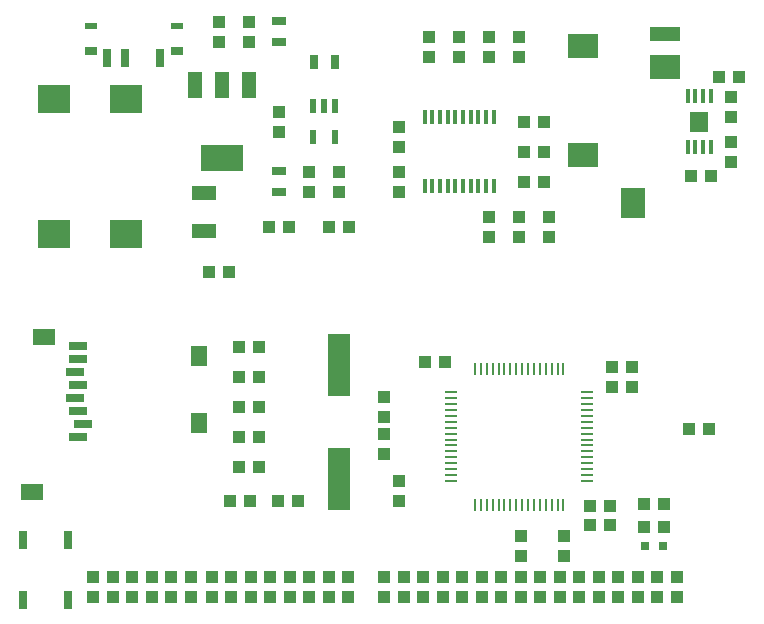
<source format=gbr>
G04 EAGLE Gerber RS-274X export*
G75*
%MOMM*%
%FSLAX34Y34*%
%LPD*%
%INSolderpaste Top*%
%IPPOS*%
%AMOC8*
5,1,8,0,0,1.08239X$1,22.5*%
G01*
%ADD10R,2.800000X2.400000*%
%ADD11R,1.000000X0.220000*%
%ADD12R,0.220000X1.000000*%
%ADD13R,1.200000X0.800000*%
%ADD14R,0.550000X1.200000*%
%ADD15R,1.000000X1.100000*%
%ADD16R,0.800000X1.200000*%
%ADD17R,2.000000X1.200000*%
%ADD18R,1.100000X1.000000*%
%ADD19R,1.930400X5.334000*%
%ADD20R,0.400000X1.200000*%
%ADD21R,1.650000X1.700000*%
%ADD22R,2.500000X2.000000*%
%ADD23R,2.000000X2.500000*%
%ADD24R,2.500000X1.200000*%
%ADD25R,1.400000X1.800000*%
%ADD26R,1.900000X1.400000*%
%ADD27R,1.500000X0.800000*%
%ADD28R,0.800000X0.800000*%
%ADD29R,0.700000X1.500000*%
%ADD30R,1.000000X0.600000*%
%ADD31R,1.000000X0.800000*%
%ADD32R,0.762000X1.524000*%
%ADD33R,1.219200X2.235200*%
%ADD34R,3.600000X2.200000*%


D10*
X38100Y501500D03*
X38100Y387500D03*
X99100Y501500D03*
X99100Y387500D03*
D11*
X374300Y218400D03*
X374300Y213400D03*
X374300Y228400D03*
X374300Y238400D03*
X374300Y248400D03*
X374300Y223400D03*
X374300Y233400D03*
X374300Y243400D03*
X374300Y253400D03*
X374300Y203400D03*
X374300Y193400D03*
X374300Y183400D03*
X374300Y178400D03*
X374300Y188400D03*
X374300Y198400D03*
X374300Y208400D03*
D12*
X429300Y158400D03*
X434300Y158400D03*
X419300Y158400D03*
X409300Y158400D03*
X399300Y158400D03*
X424300Y158400D03*
X414300Y158400D03*
X404300Y158400D03*
X394300Y158400D03*
X444300Y158400D03*
X454300Y158400D03*
X464300Y158400D03*
X469300Y158400D03*
X459300Y158400D03*
X449300Y158400D03*
X439300Y158400D03*
D11*
X489300Y213400D03*
X489300Y218400D03*
X489300Y203400D03*
X489300Y193400D03*
X489300Y183400D03*
X489300Y208400D03*
X489300Y198400D03*
X489300Y188400D03*
X489300Y178400D03*
X489300Y228400D03*
X489300Y238400D03*
X489300Y248400D03*
X489300Y253400D03*
X489300Y243400D03*
X489300Y233400D03*
X489300Y223400D03*
D12*
X434300Y273400D03*
X429300Y273400D03*
X444300Y273400D03*
X454300Y273400D03*
X464300Y273400D03*
X439300Y273400D03*
X449300Y273400D03*
X459300Y273400D03*
X469300Y273400D03*
X419300Y273400D03*
X409300Y273400D03*
X399300Y273400D03*
X394300Y273400D03*
X404300Y273400D03*
X414300Y273400D03*
X424300Y273400D03*
D13*
X228600Y440800D03*
X228600Y422800D03*
D14*
X276200Y495601D03*
X266700Y495601D03*
X257200Y495601D03*
X257200Y469599D03*
X276200Y469599D03*
D13*
X228600Y549800D03*
X228600Y567800D03*
D15*
X254000Y440300D03*
X254000Y423300D03*
D16*
X275700Y533400D03*
X257700Y533400D03*
D17*
X165100Y422400D03*
X165100Y390400D03*
D15*
X433070Y114690D03*
X433070Y131690D03*
D18*
X237100Y393700D03*
X220100Y393700D03*
D15*
X510540Y258200D03*
X510540Y275200D03*
X330200Y178680D03*
X330200Y161680D03*
D18*
X491880Y140970D03*
X508880Y140970D03*
D15*
X279400Y440300D03*
X279400Y423300D03*
D18*
X491880Y157480D03*
X508880Y157480D03*
D19*
X279400Y180340D03*
X279400Y276860D03*
D15*
X317500Y232800D03*
X317500Y249800D03*
X317500Y218050D03*
X317500Y201050D03*
D18*
X352180Y279400D03*
X369180Y279400D03*
X287900Y393700D03*
X270900Y393700D03*
D15*
X527050Y258200D03*
X527050Y275200D03*
D18*
X194700Y292100D03*
X211700Y292100D03*
X194700Y266700D03*
X211700Y266700D03*
X194700Y241300D03*
X211700Y241300D03*
X194700Y215900D03*
X211700Y215900D03*
X194700Y190500D03*
X211700Y190500D03*
D20*
X410250Y486200D03*
X403750Y486200D03*
X397250Y486200D03*
X390750Y486200D03*
X384250Y486200D03*
X377750Y486200D03*
X371250Y486200D03*
X364750Y486200D03*
X358250Y486200D03*
X351750Y486200D03*
X351750Y428200D03*
X358250Y428200D03*
X364750Y428200D03*
X371250Y428200D03*
X377750Y428200D03*
X384250Y428200D03*
X390750Y428200D03*
X397250Y428200D03*
X403750Y428200D03*
X410250Y428200D03*
D15*
X431800Y554600D03*
X431800Y537600D03*
X330200Y440300D03*
X330200Y423300D03*
X406400Y385200D03*
X406400Y402200D03*
X406400Y554600D03*
X406400Y537600D03*
X381000Y537600D03*
X381000Y554600D03*
X330200Y478400D03*
X330200Y461400D03*
X355600Y554600D03*
X355600Y537600D03*
D18*
X436000Y482600D03*
X453000Y482600D03*
D15*
X431800Y385200D03*
X431800Y402200D03*
D18*
X436000Y431800D03*
X453000Y431800D03*
X436000Y457200D03*
X453000Y457200D03*
D20*
X574450Y461033D03*
X580950Y461033D03*
X587450Y461033D03*
X593950Y461033D03*
X593950Y504167D03*
X587450Y504167D03*
X580950Y504167D03*
X574450Y504167D03*
D21*
X584200Y482600D03*
D18*
X593970Y436880D03*
X576970Y436880D03*
D15*
X457200Y385200D03*
X457200Y402200D03*
X610870Y448700D03*
X610870Y465700D03*
X610870Y486800D03*
X610870Y503800D03*
D18*
X618100Y520700D03*
X601100Y520700D03*
D22*
X486200Y546500D03*
X486200Y454500D03*
X555200Y528500D03*
D23*
X528200Y414000D03*
D24*
X555200Y556500D03*
D25*
X161100Y227300D03*
X161100Y284300D03*
D26*
X29600Y300300D03*
X19600Y168800D03*
D27*
X58100Y215400D03*
X62100Y226400D03*
X58100Y237400D03*
X56100Y248400D03*
X58100Y259400D03*
X56100Y270400D03*
X58100Y281400D03*
X58100Y292400D03*
D18*
X554600Y158750D03*
X537600Y158750D03*
X575700Y222250D03*
X592700Y222250D03*
D15*
X177800Y550300D03*
X177800Y567300D03*
D18*
X186300Y355600D03*
X169300Y355600D03*
X537600Y139700D03*
X554600Y139700D03*
D28*
X538600Y123190D03*
X553600Y123190D03*
D15*
X469900Y131690D03*
X469900Y114690D03*
D18*
X227720Y161290D03*
X244720Y161290D03*
D15*
X71120Y80400D03*
X71120Y97400D03*
X104140Y80400D03*
X104140Y97400D03*
X137160Y80400D03*
X137160Y97400D03*
X171450Y80400D03*
X171450Y97400D03*
X204470Y80400D03*
X204470Y97400D03*
X237490Y80400D03*
X237490Y97400D03*
X270510Y80400D03*
X270510Y97400D03*
X287020Y80400D03*
X287020Y97400D03*
X254000Y80400D03*
X254000Y97400D03*
X220980Y80400D03*
X220980Y97400D03*
X187960Y80400D03*
X187960Y97400D03*
X153670Y80400D03*
X153670Y97400D03*
X120650Y80400D03*
X120650Y97400D03*
X87630Y80400D03*
X87630Y97400D03*
D18*
X204080Y161290D03*
X187080Y161290D03*
D15*
X317500Y80400D03*
X317500Y97400D03*
X350520Y80400D03*
X350520Y97400D03*
X383540Y80400D03*
X383540Y97400D03*
X416560Y80400D03*
X416560Y97400D03*
X449580Y80400D03*
X449580Y97400D03*
X482600Y80400D03*
X482600Y97400D03*
X515620Y80400D03*
X515620Y97400D03*
X548640Y80400D03*
X548640Y97400D03*
X565150Y80400D03*
X565150Y97400D03*
X532130Y80400D03*
X532130Y97400D03*
X499110Y80400D03*
X499110Y97400D03*
X466090Y80400D03*
X466090Y97400D03*
X433070Y80400D03*
X433070Y97400D03*
X400050Y80400D03*
X400050Y97400D03*
X367030Y80400D03*
X367030Y97400D03*
X334010Y80400D03*
X334010Y97400D03*
D29*
X82910Y536220D03*
X97910Y536220D03*
X127910Y536220D03*
D30*
X68910Y563720D03*
D31*
X68910Y542720D03*
D30*
X141910Y563720D03*
D31*
X141910Y542720D03*
D32*
X11430Y77470D03*
X11430Y128270D03*
X49530Y77470D03*
X49530Y128270D03*
D15*
X228600Y474100D03*
X228600Y491100D03*
X203200Y567300D03*
X203200Y550300D03*
D33*
X203454Y513588D03*
X180340Y513588D03*
X157226Y513588D03*
D34*
X180340Y451610D03*
M02*

</source>
